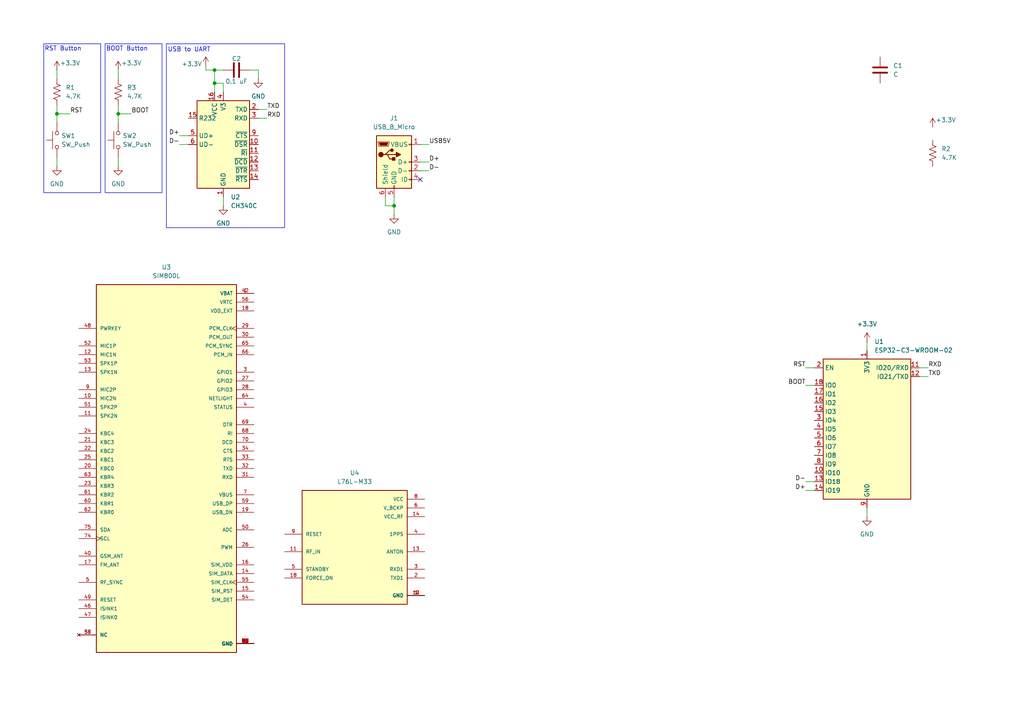
<source format=kicad_sch>
(kicad_sch (version 20250114) (generator "eeschema") (generator_version "9.0")
  (paper "A4")
  (lib_symbols
    (symbol "Connector:USB_B_Micro" (pin_names (offset 1.016))
      (property "Reference" "J" (at -5.08 11.43 0))
      (property "Value" "USB_B_Micro" (at -5.08 8.89 0))
      (symbol "USB_B_Micro_0_1"
        (rectangle (start -5.08 -7.62) (end 5.08 7.62) (stroke (width 0.254)) (fill (type background)))
        (polyline (pts (xy -4.699 5.842) (xy -4.699 5.588) (xy -4.445 4.826) (xy -4.445 4.572) (xy -1.651 4.572) (xy -1.651 4.826) (xy -1.397 5.588) (xy -1.397 5.842) (xy -4.699 5.842)))
        (polyline (pts (xy -4.318 5.588) (xy -1.778 5.588) (xy -2.032 4.826) (xy -4.064 4.826) (xy -4.318 5.588)) (fill (type outline)))
        (circle (center -3.81 2.159) (radius 0.635) (stroke (width 0.254)) (fill (type outline)))
        (polyline (pts (xy -3.175 2.159) (xy -2.54 2.159) (xy -1.27 3.429) (xy -0.635 3.429)) (stroke (width 0.254)))
        (polyline (pts (xy -2.54 2.159) (xy -1.905 2.159) (xy -1.27 0.889) (xy 0 0.889)) (stroke (width 0.254)))
        (polyline (pts (xy -1.905 2.159) (xy 0.635 2.159)) (stroke (width 0.254)))
        (circle (center -0.635 3.429) (radius 0.381) (stroke (width 0.254)) (fill (type outline)))
        (rectangle (start -0.127 -7.62) (end 0.127 -6.858))
        (rectangle (start 0.254 1.27) (end -0.508 0.508) (stroke (width 0.254)) (fill (type outline)))
        (polyline (pts (xy 0.635 2.794) (xy 0.635 1.524) (xy 1.905 2.159) (xy 0.635 2.794)) (stroke (width 0.254)) (fill (type outline)))
        (rectangle (start 5.08 4.953) (end 4.318 5.207))
        (rectangle (start 5.08 -0.127) (end 4.318 0.127))
        (rectangle (start 5.08 -2.667) (end 4.318 -2.413))
        (rectangle (start 5.08 -5.207) (end 4.318 -4.953))
      )
      (symbol "USB_B_Micro_1_1"
        (pin passive line (at -2.54 -10.16 90) (length 2.54) (name "Shield") (number "6"))
        (pin power_out line (at 0 -10.16 90) (length 2.54) (name "GND") (number "5"))
        (pin power_out line (at 7.62 5.08 180) (length 2.54) (name "VBUS") (number "1"))
        (pin bidirectional line (at 7.62 0 180) (length 2.54) (name "D+") (number "3"))
        (pin bidirectional line (at 7.62 -2.54 180) (length 2.54) (name "D-") (number "2"))
        (pin passive line (at 7.62 -5.08 180) (length 2.54) (name "ID") (number "4"))
      )
    )
    (symbol "Device:C" (pin_numbers (hide yes)) (pin_names (offset 0.254))
      (property "Reference" "C" (at 0.635 2.54 0))
      (property "Value" "C" (at 0.635 -2.54 0))
      (symbol "C_0_1"
        (polyline (pts (xy -2.032 0.762) (xy 2.032 0.762)) (stroke (width 0.508)))
        (polyline (pts (xy -2.032 -0.762) (xy 2.032 -0.762)) (stroke (width 0.508)))
      )
      (symbol "C_1_1"
        (pin passive line (at 0 3.81 270) (length 2.794) (name "~") (number "1"))
        (pin passive line (at 0 -3.81 90) (length 2.794) (name "~") (number "2"))
      )
    )
    (symbol "Device:R_US" (pin_numbers (hide yes)) (pin_names (offset 0))
      (property "Reference" "R" (at 2.54 0 90))
      (property "Value" "R_US" (at -2.54 0 90))
      (symbol "R_US_0_1"
        (polyline (pts (xy 0 2.286) (xy 0 2.54)))
        (polyline (pts (xy 0 2.286) (xy 1.016 1.905) (xy 0 1.524) (xy -1.016 1.143) (xy 0 0.762)))
        (polyline (pts (xy 0 0.762) (xy 1.016 0.381) (xy 0 0) (xy -1.016 -0.381) (xy 0 -0.762)))
        (polyline (pts (xy 0 -0.762) (xy 1.016 -1.143) (xy 0 -1.524) (xy -1.016 -1.905) (xy 0 -2.286)))
        (polyline (pts (xy 0 -2.286) (xy 0 -2.54)))
      )
      (symbol "R_US_1_1"
        (pin passive line (at 0 3.81 270) (length 1.27) (name "~") (number "1"))
        (pin passive line (at 0 -3.81 90) (length 1.27) (name "~") (number "2"))
      )
    )
    (symbol "Interface_USB:CH340C"
      (property "Reference" "U" (at -5.08 13.97 0))
      (property "Value" "CH340C" (at 1.27 13.97 0))
      (symbol "CH340C_0_1"
        (rectangle (start -7.62 12.7) (end 7.62 -12.7) (stroke (width 0.254)) (fill (type background)))
      )
      (symbol "CH340C_1_1"
        (pin input line (at -10.16 7.62 0) (length 2.54) (name "R232") (number "15"))
        (pin bidirectional line (at -10.16 2.54 0) (length 2.54) (name "UD+") (number "5"))
        (pin bidirectional line (at -10.16 0 0) (length 2.54) (name "UD-") (number "6"))
        (pin no_connect line (at -7.62 -5.08 0) (length 2.54) (hide yes) (name "NC") (number "7"))
        (pin no_connect line (at -7.62 -7.62 0) (length 2.54) (hide yes) (name "NC") (number "8"))
        (pin power_in line (at -2.54 15.24 270) (length 2.54) (name "VCC") (number "16"))
        (pin power_out line (at 0 15.24 270) (length 2.54) (name "V3") (number "4"))
        (pin power_in line (at 0 -15.24 90) (length 2.54) (name "GND") (number "1"))
        (pin output line (at 10.16 10.16 180) (length 2.54) (name "TXD") (number "2"))
        (pin input line (at 10.16 7.62 180) (length 2.54) (name "RXD") (number "3"))
        (pin input line (at 10.16 2.54 180) (length 2.54) (name "~{CTS}") (number "9"))
        (pin input line (at 10.16 0 180) (length 2.54) (name "~{DSR}") (number "10"))
        (pin input line (at 10.16 -2.54 180) (length 2.54) (name "~{RI}") (number "11"))
        (pin input line (at 10.16 -5.08 180) (length 2.54) (name "~{DCD}") (number "12"))
        (pin output line (at 10.16 -7.62 180) (length 2.54) (name "~{DTR}") (number "13"))
        (pin output line (at 10.16 -10.16 180) (length 2.54) (name "~{RTS}") (number "14"))
      )
    )
    (symbol "L76L-M33:L76L-M33" (pin_names (offset 1.016))
      (property "Reference" "U" (at -15.24 18.542 0))
      (property "Value" "L76L-M33" (at -15.24 -17.78 0))
      (symbol "L76L-M33_0_0"
        (rectangle (start -15.24 -15.24) (end 15.24 17.78) (stroke (width 0.254)) (fill (type background)))
        (pin input line (at -20.32 5.08 0) (length 5.08) (name "RESET") (number "9"))
        (pin input line (at -20.32 0 0) (length 5.08) (name "RF_IN") (number "11"))
        (pin input line (at -20.32 -5.08 0) (length 5.08) (name "STANDBY") (number "5"))
        (pin input line (at -20.32 -7.62 0) (length 5.08) (name "FORCE_ON") (number "18"))
        (pin power_in line (at 20.32 15.24 180) (length 5.08) (name "VCC") (number "8"))
        (pin power_in line (at 20.32 12.7 180) (length 5.08) (name "V_BCKP") (number "6"))
        (pin power_in line (at 20.32 10.16 180) (length 5.08) (name "VCC_RF") (number "14"))
        (pin output line (at 20.32 5.08 180) (length 5.08) (name "1PPS") (number "4"))
        (pin output line (at 20.32 0 180) (length 5.08) (name "ANTON") (number "13"))
        (pin input line (at 20.32 -5.08 180) (length 5.08) (name "RXD1") (number "3"))
        (pin output line (at 20.32 -7.62 180) (length 5.08) (name "TXD1") (number "2"))
        (pin power_in line (at 20.32 -12.7 180) (length 5.08) (name "GND") (number "1"))
        (pin power_in line (at 20.32 -12.7 180) (length 5.08) (name "GND") (number "10"))
        (pin power_in line (at 20.32 -12.7 180) (length 5.08) (name "GND") (number "12"))
      )
    )
    (symbol "RF_Module:ESP32-C3-WROOM-02"
      (property "Reference" "U" (at -12.192 21.336 0))
      (property "Value" "ESP32-C3-WROOM-02" (at 12.192 21.336 0))
      (symbol "ESP32-C3-WROOM-02_1_1"
        (rectangle (start -12.7 20.32) (end 12.7 -20.32) (stroke (width 0.254)) (fill (type background)))
        (pin input line (at -15.24 17.78 0) (length 2.54) (name "EN") (number "2"))
        (pin bidirectional line (at -15.24 12.7 0) (length 2.54) (name "IO0") (number "18"))
        (pin bidirectional line (at -15.24 10.16 0) (length 2.54) (name "IO1") (number "17"))
        (pin bidirectional line (at -15.24 7.62 0) (length 2.54) (name "IO2") (number "16"))
        (pin bidirectional line (at -15.24 5.08 0) (length 2.54) (name "IO3") (number "15"))
        (pin bidirectional line (at -15.24 2.54 0) (length 2.54) (name "IO4") (number "3"))
        (pin bidirectional line (at -15.24 0 0) (length 2.54) (name "IO5") (number "4"))
        (pin bidirectional line (at -15.24 -2.54 0) (length 2.54) (name "IO6") (number "5"))
        (pin bidirectional line (at -15.24 -5.08 0) (length 2.54) (name "IO7") (number "6"))
        (pin bidirectional line (at -15.24 -7.62 0) (length 2.54) (name "IO8") (number "7"))
        (pin bidirectional line (at -15.24 -10.16 0) (length 2.54) (name "IO9") (number "8"))
        (pin bidirectional line (at -15.24 -12.7 0) (length 2.54) (name "IO10") (number "10"))
        (pin bidirectional line (at -15.24 -15.24 0) (length 2.54) (name "IO18") (number "13"))
        (pin bidirectional line (at -15.24 -17.78 0) (length 2.54) (name "IO19") (number "14"))
        (pin power_in line (at 0 22.86 270) (length 2.54) (name "3V3") (number "1"))
        (pin passive line (at 0 -22.86 90) (length 2.54) (hide yes) (name "GND") (number "19"))
        (pin power_in line (at 0 -22.86 90) (length 2.54) (name "GND") (number "9"))
        (pin bidirectional line (at 15.24 17.78 180) (length 2.54) (name "IO20/RXD") (number "11"))
        (pin bidirectional line (at 15.24 15.24 180) (length 2.54) (name "IO21/TXD") (number "12"))
      )
    )
    (symbol "SIM800L:SIM800L" (pin_names (offset 1.016))
      (property "Reference" "U" (at -20.32 55.88 0))
      (property "Value" "SIM800L" (at -20.32 -58.42 0))
      (symbol "SIM800L_0_0"
        (rectangle (start -20.32 -53.34) (end 20.32 53.34) (stroke (width 0.254)) (fill (type background)))
        (pin input line (at -25.4 40.64 0) (length 5.08) (name "PWRKEY") (number "48"))
        (pin input line (at -25.4 35.56 0) (length 5.08) (name "MIC1P") (number "52"))
        (pin input line (at -25.4 33.02 0) (length 5.08) (name "MIC1N") (number "12"))
        (pin output line (at -25.4 30.48 0) (length 5.08) (name "SPK1P") (number "53"))
        (pin output line (at -25.4 27.94 0) (length 5.08) (name "SPK1N") (number "13"))
        (pin input line (at -25.4 22.86 0) (length 5.08) (name "MIC2P") (number "9"))
        (pin input line (at -25.4 20.32 0) (length 5.08) (name "MIC2N") (number "10"))
        (pin output line (at -25.4 17.78 0) (length 5.08) (name "SPK2P") (number "51"))
        (pin output line (at -25.4 15.24 0) (length 5.08) (name "SPK2N") (number "11"))
        (pin input line (at -25.4 10.16 0) (length 5.08) (name "KBC4") (number "24"))
        (pin input line (at -25.4 7.62 0) (length 5.08) (name "KBC3") (number "21"))
        (pin input line (at -25.4 5.08 0) (length 5.08) (name "KBC2") (number "22"))
        (pin input line (at -25.4 2.54 0) (length 5.08) (name "KBC1") (number "25"))
        (pin input line (at -25.4 0 0) (length 5.08) (name "KBC0") (number "20"))
        (pin output line (at -25.4 -2.54 0) (length 5.08) (name "KBR4") (number "63"))
        (pin output line (at -25.4 -5.08 0) (length 5.08) (name "KBR3") (number "23"))
        (pin output line (at -25.4 -7.62 0) (length 5.08) (name "KBR2") (number "61"))
        (pin output line (at -25.4 -10.16 0) (length 5.08) (name "KBR1") (number "60"))
        (pin output line (at -25.4 -12.7 0) (length 5.08) (name "KBR0") (number "62"))
        (pin bidirectional line (at -25.4 -17.78 0) (length 5.08) (name "SDA") (number "75"))
        (pin output clock (at -25.4 -20.32 0) (length 5.08) (name "SCL") (number "74"))
        (pin bidirectional line (at -25.4 -25.4 0) (length 5.08) (name "GSM_ANT") (number "40"))
        (pin input line (at -25.4 -27.94 0) (length 5.08) (name "FM_ANT") (number "17"))
        (pin output line (at -25.4 -33.02 0) (length 5.08) (name "RF_SYNC") (number "5"))
        (pin input line (at -25.4 -38.1 0) (length 5.08) (name "RESET") (number "49"))
        (pin input line (at -25.4 -40.64 0) (length 5.08) (name "ISINK1") (number "46"))
        (pin input line (at -25.4 -43.18 0) (length 5.08) (name "ISINK0") (number "47"))
        (pin no_connect line (at -25.4 -48.26 0) (length 5.08) (name "NC") (number "36"))
        (pin no_connect line (at -25.4 -48.26 0) (length 5.08) (name "NC") (number "57"))
        (pin power_in line (at 25.4 50.8 180) (length 5.08) (name "VBAT") (number "1"))
        (pin power_in line (at 25.4 50.8 180) (length 5.08) (name "VBAT") (number "42"))
        (pin power_in line (at 25.4 48.26 180) (length 5.08) (name "VRTC") (number "56"))
        (pin power_in line (at 25.4 45.72 180) (length 5.08) (name "VDD_EXT") (number "18"))
        (pin output clock (at 25.4 40.64 180) (length 5.08) (name "PCM_CLK") (number "29"))
        (pin output line (at 25.4 38.1 180) (length 5.08) (name "PCM_OUT") (number "30"))
        (pin output line (at 25.4 35.56 180) (length 5.08) (name "PCM_SYNC") (number "65"))
        (pin input line (at 25.4 33.02 180) (length 5.08) (name "PCM_IN") (number "66"))
        (pin bidirectional line (at 25.4 27.94 180) (length 5.08) (name "GPIO1") (number "3"))
        (pin bidirectional line (at 25.4 25.4 180) (length 5.08) (name "GPIO2") (number "27"))
        (pin bidirectional line (at 25.4 22.86 180) (length 5.08) (name "GPIO3") (number "28"))
        (pin output line (at 25.4 20.32 180) (length 5.08) (name "NETLIGHT") (number "64"))
        (pin output line (at 25.4 17.78 180) (length 5.08) (name "STATUS") (number "4"))
        (pin input line (at 25.4 12.7 180) (length 5.08) (name "DTR") (number "69"))
        (pin output line (at 25.4 10.16 180) (length 5.08) (name "RI") (number "68"))
        (pin output line (at 25.4 7.62 180) (length 5.08) (name "DCD") (number "70"))
        (pin output line (at 25.4 5.08 180) (length 5.08) (name "CTS") (number "34"))
        (pin input line (at 25.4 2.54 180) (length 5.08) (name "RTS") (number "33"))
        (pin output line (at 25.4 0 180) (length 5.08) (name "TXD") (number "32"))
        (pin input line (at 25.4 -2.54 180) (length 5.08) (name "RXD") (number "31"))
        (pin input line (at 25.4 -7.62 180) (length 5.08) (name "VBUS") (number "7"))
        (pin bidirectional line (at 25.4 -10.16 180) (length 5.08) (name "USB_DP") (number "59"))
        (pin bidirectional line (at 25.4 -12.7 180) (length 5.08) (name "USB_DN") (number "19"))
        (pin input line (at 25.4 -17.78 180) (length 5.08) (name "ADC") (number "50"))
        (pin output line (at 25.4 -22.86 180) (length 5.08) (name "PWM") (number "26"))
        (pin output line (at 25.4 -27.94 180) (length 5.08) (name "SIM_VDD") (number "16"))
        (pin bidirectional line (at 25.4 -30.48 180) (length 5.08) (name "SIM_DATA") (number "14"))
        (pin output clock (at 25.4 -33.02 180) (length 5.08) (name "SIM_CLK") (number "55"))
        (pin output line (at 25.4 -35.56 180) (length 5.08) (name "SIM_RST") (number "15"))
        (pin input line (at 25.4 -38.1 180) (length 5.08) (name "SIM_DET") (number "54"))
        (pin power_in line (at 25.4 -50.8 180) (length 5.08) (name "GND") (number "2"))
        (pin power_in line (at 25.4 -50.8 180) (length 5.08) (name "GND") (number "35"))
        (pin power_in line (at 25.4 -50.8 180) (length 5.08) (name "GND") (number "37"))
        (pin power_in line (at 25.4 -50.8 180) (length 5.08) (name "GND") (number "38"))
        (pin power_in line (at 25.4 -50.8 180) (length 5.08) (name "GND") (number "39"))
        (pin power_in line (at 25.4 -50.8 180) (length 5.08) (name "GND") (number "41"))
        (pin power_in line (at 25.4 -50.8 180) (length 5.08) (name "GND") (number "43"))
        (pin power_in line (at 25.4 -50.8 180) (length 5.08) (name "GND") (number "44"))
        (pin power_in line (at 25.4 -50.8 180) (length 5.08) (name "GND") (number "45"))
        (pin power_in line (at 25.4 -50.8 180) (length 5.08) (name "GND") (number "58"))
        (pin power_in line (at 25.4 -50.8 180) (length 5.08) (name "GND") (number "6"))
        (pin power_in line (at 25.4 -50.8 180) (length 5.08) (name "GND") (number "67"))
        (pin power_in line (at 25.4 -50.8 180) (length 5.08) (name "GND") (number "71"))
        (pin power_in line (at 25.4 -50.8 180) (length 5.08) (name "GND") (number "72"))
        (pin power_in line (at 25.4 -50.8 180) (length 5.08) (name "GND") (number "73"))
        (pin power_in line (at 25.4 -50.8 180) (length 5.08) (name "GND") (number "76"))
        (pin power_in line (at 25.4 -50.8 180) (length 5.08) (name "GND") (number "77"))
        (pin power_in line (at 25.4 -50.8 180) (length 5.08) (name "GND") (number "78"))
        (pin power_in line (at 25.4 -50.8 180) (length 5.08) (name "GND") (number "79"))
        (pin power_in line (at 25.4 -50.8 180) (length 5.08) (name "GND") (number "8"))
        (pin power_in line (at 25.4 -50.8 180) (length 5.08) (name "GND") (number "80"))
        (pin power_in line (at 25.4 -50.8 180) (length 5.08) (name "GND") (number "81"))
        (pin power_in line (at 25.4 -50.8 180) (length 5.08) (name "GND") (number "82"))
        (pin power_in line (at 25.4 -50.8 180) (length 5.08) (name "GND") (number "83"))
        (pin power_in line (at 25.4 -50.8 180) (length 5.08) (name "GND") (number "84"))
        (pin power_in line (at 25.4 -50.8 180) (length 5.08) (name "GND") (number "85"))
        (pin power_in line (at 25.4 -50.8 180) (length 5.08) (name "GND") (number "86"))
        (pin power_in line (at 25.4 -50.8 180) (length 5.08) (name "GND") (number "87"))
        (pin power_in line (at 25.4 -50.8 180) (length 5.08) (name "GND") (number "88"))
      )
    )
    (symbol "Switch:SW_Push" (pin_numbers (hide yes)) (pin_names (offset 1.016) (hide yes))
      (property "Reference" "SW" (at 1.27 2.54 0))
      (property "Value" "SW_Push" (at 0 -1.524 0))
      (symbol "SW_Push_0_1"
        (circle (center -2.032 0) (radius 0.508))
        (polyline (pts (xy 0 1.27) (xy 0 3.048)))
        (circle (center 2.032 0) (radius 0.508))
        (polyline (pts (xy 2.54 1.27) (xy -2.54 1.27)))
        (pin passive line (at -5.08 0 0) (length 2.54) (name "1") (number "1"))
        (pin passive line (at 5.08 0 180) (length 2.54) (name "2") (number "2"))
      )
    )
    (symbol "power:+3.3V" (power) (pin_numbers (hide yes)) (pin_names (offset 0) (hide yes))
      (property "Value" "+3.3V" (at 0 3.556 0))
      (symbol "+3.3V_0_1"
        (polyline (pts (xy -0.762 1.27) (xy 0 2.54)))
        (polyline (pts (xy 0 2.54) (xy 0.762 1.27)))
        (polyline (pts (xy 0 0) (xy 0 2.54)))
      )
      (symbol "+3.3V_1_1"
        (pin power_in line (at 0 0 90) (length 0) (name "~") (number "1"))
      )
    )
    (symbol "power:GND" (power) (pin_numbers (hide yes)) (pin_names (offset 0) (hide yes))
      (property "Value" "GND" (at 0 -3.81 0))
      (symbol "GND_0_1"
        (polyline (pts (xy 0 0) (xy 0 -1.27) (xy 1.27 -1.27) (xy 0 -2.54) (xy -1.27 -1.27) (xy 0 -1.27)))
      )
      (symbol "GND_1_1"
        (pin power_in line (at 0 0 270) (length 0) (name "~") (number "1"))
      )
    )
  )
  (rectangle (start 12.7 12.7) (end 29.21 55.88))
  (rectangle (start 48.26 12.7) (end 82.55 66.04))
  (rectangle (start 30.48 12.7) (end 46.99 55.88))
  (text "BOOT Button\n" (at 36.83 14.224 0) (effects (font (size 1.27 1.27))))
  (text "RST Button\n" (at 18.288 14.224 0) (effects (font (size 1.27 1.27))))
  (text "USB to UART" (at 54.864 14.478 0) (effects (font (size 1.27 1.27))))
  (junction (at 62.23 20.32))
  (junction (at 16.51 33.02))
  (junction (at 114.3 59.69))
  (junction (at 62.23 24.13))
  (junction (at 34.29 33.02))
  (no_connect (at 121.92 52.07))
  (wire (pts (xy 72.39 20.32) (xy 74.93 20.32)))
  (wire (pts (xy 34.29 20.32) (xy 34.29 22.86)))
  (wire (pts (xy 62.23 24.13) (xy 62.23 26.67)))
  (wire (pts (xy 121.92 46.99) (xy 124.46 46.99)))
  (wire (pts (xy 16.51 30.48) (xy 16.51 33.02)))
  (wire (pts (xy 62.23 20.32) (xy 62.23 24.13)))
  (wire (pts (xy 62.23 20.32) (xy 64.77 20.32)))
  (wire (pts (xy 233.68 142.24) (xy 236.22 142.24)))
  (wire (pts (xy 114.3 57.15) (xy 114.3 59.69)))
  (wire (pts (xy 62.23 24.13) (xy 64.77 24.13)))
  (wire (pts (xy 121.92 41.91) (xy 124.46 41.91)))
  (wire (pts (xy 233.68 111.76) (xy 236.22 111.76)))
  (wire (pts (xy 59.69 20.32) (xy 62.23 20.32)))
  (wire (pts (xy 34.29 45.72) (xy 34.29 48.26)))
  (wire (pts (xy 111.76 59.69) (xy 114.3 59.69)))
  (wire (pts (xy 233.68 106.68) (xy 236.22 106.68)))
  (wire (pts (xy 121.92 49.53) (xy 124.46 49.53)))
  (wire (pts (xy 34.29 33.02) (xy 34.29 35.56)))
  (wire (pts (xy 16.51 33.02) (xy 20.32 33.02)))
  (wire (pts (xy 233.68 139.7) (xy 236.22 139.7)))
  (wire (pts (xy 16.51 45.72) (xy 16.51 48.26)))
  (wire (pts (xy 64.77 57.15) (xy 64.77 59.69)))
  (wire (pts (xy 111.76 57.15) (xy 111.76 59.69)))
  (wire (pts (xy 34.29 30.48) (xy 34.29 33.02)))
  (wire (pts (xy 34.29 33.02) (xy 38.1 33.02)))
  (wire (pts (xy 74.93 31.75) (xy 77.47 31.75)))
  (wire (pts (xy 64.77 24.13) (xy 64.77 26.67)))
  (wire (pts (xy 251.46 147.32) (xy 251.46 149.86)))
  (wire (pts (xy 251.46 99.06) (xy 251.46 101.6)))
  (wire (pts (xy 266.7 109.22) (xy 269.24 109.22)))
  (wire (pts (xy 114.3 59.69) (xy 114.3 62.23)))
  (wire (pts (xy 52.07 39.37) (xy 54.61 39.37)))
  (wire (pts (xy 74.93 34.29) (xy 77.47 34.29)))
  (wire (pts (xy 16.51 20.32) (xy 16.51 22.86)))
  (wire (pts (xy 59.69 19.05) (xy 59.69 20.32)))
  (wire (pts (xy 52.07 41.91) (xy 54.61 41.91)))
  (wire (pts (xy 74.93 20.32) (xy 74.93 22.86)))
  (wire (pts (xy 266.7 106.68) (xy 269.24 106.68)))
  (wire (pts (xy 16.51 33.02) (xy 16.51 35.56)))
  (label "D+" (at 124.46 46.99 0))
  (label "BOOT" (at 38.1 33.02 0))
  (label "RST" (at 233.68 106.68 180))
  (label "RST" (at 20.32 33.02 0))
  (label "BOOT" (at 233.68 111.76 180))
  (label "TXD" (at 269.24 109.22 0))
  (label "D-" (at 52.07 41.91 180))
  (label "D-" (at 124.46 49.53 0))
  (label "RXD" (at 269.24 106.68 0))
  (label "D+" (at 52.07 39.37 180))
  (label "D+" (at 233.68 142.24 180))
  (label "TXD" (at 77.47 31.75 0))
  (label "D-" (at 233.68 139.7 180))
  (label "RXD" (at 77.47 34.29 0))
  (label "USB5V" (at 124.46 41.91 0))
  (symbol (lib_id "power:+3.3V") (at 270.51 36.83 0) (unit 1)
    (property "Reference" "#PWR07" (effects (hide yes)))
    (property "Value" "+3.3V" (at 274.32 34.798 0))
    (property "Description" "Power symbol creates a global label with name \"+3.3V\"" (effects (hide yes)))
  )
  (symbol (lib_id "Interface_USB:CH340C") (at 64.77 41.91 0) (unit 1)
    (property "Reference" "U2" (at 66.9133 57.15 0) (effects (justify left)))
    (property "Value" "CH340C" (at 66.9133 59.69 0) (effects (justify left)))
    (property "Footprint" "Package_SO:SOIC-16_3.9x9.9mm_P1.27mm" (effects (hide yes)))
    (property "Datasheet" "https://datasheet.lcsc.com/szlcsc/Jiangsu-Qin-Heng-CH340C_C84681.pdf" (effects (hide yes)))
    (property "Description" "USB serial converter, crystal-less, UART, SOIC-16" (effects (hide yes)))
  )
  (symbol (lib_id "Switch:SW_Push") (at 16.51 40.64 90) (unit 1)
    (property "Reference" "SW1" (at 17.78 39.3699 90) (effects (justify right)))
    (property "Value" "SW_Push" (at 17.78 41.9099 90) (effects (justify right)))
    (property "Description" "Push button switch, generic, two pins" (effects (hide yes)))
  )
  (symbol (lib_id "power:GND") (at 34.29 48.26 0) (unit 1)
    (property "Reference" "#PWR08" (effects (hide yes)))
    (property "Value" "GND" (at 34.29 53.34 0))
    (property "Description" "Power symbol creates a global label with name \"GND\" , ground" (effects (hide yes)))
  )
  (symbol (lib_id "SIM800L:SIM800L") (at 48.26 135.89 0) (unit 1)
    (property "Reference" "U3" (at 48.26 77.47 0))
    (property "Value" "SIM800L" (at 48.26 80.01 0))
    (property "Footprint" "SIM800L:MODULE_SIM800L" (effects (hide yes)))
    (property "MF" "Simcom" (effects (hide yes)))
    (property "MAXIMUM_PACKAGE_HEIGHT" "2.55 mm" (effects (hide yes)))
    (property "Package" "None" (effects (hide yes)))
    (property "Price" "None" (effects (hide yes)))
    (property "Check_prices" "https://www.snapeda.com/parts/SIM800L/SIMCom/view-part/?ref=eda" (effects (hide yes)))
    (property "STANDARD" "Manufacturer Recommendations" (effects (hide yes)))
    (property "PARTREV" "1.01" (effects (hide yes)))
    (property "SnapEDA_Link" "https://www.snapeda.com/parts/SIM800L/SIMCom/view-part/?ref=snap" (effects (hide yes)))
    (property "MP" "SIM800L" (effects (hide yes)))
    (property "Description_1" "SIM800L GSM RF M5Stack Platform Evaluation Expansion Board" (effects (hide yes)))
    (property "MANUFACTURER" "Simcom" (effects (hide yes)))
    (property "Availability" "In Stock" (effects (hide yes)))
    (property "SNAPEDA_PN" "SIM800L" (effects (hide yes)))
  )
  (symbol (lib_id "Device:R_US") (at 16.51 26.67 0) (unit 1)
    (property "Reference" "R1" (at 19.05 25.3999 0) (effects (justify left)))
    (property "Value" "4.7K" (at 19.05 27.9399 0) (effects (justify left)))
    (property "Description" "Resistor, US symbol" (effects (hide yes)))
  )
  (symbol (lib_id "Connector:USB_B_Micro") (at 114.3 46.99 0) (unit 1)
    (property "Reference" "J1" (at 114.3 34.29 0))
    (property "Value" "USB_B_Micro" (at 114.3 36.83 0))
    (property "Description" "USB Micro Type B connector" (effects (hide yes)))
  )
  (symbol (lib_id "power:+3.3V") (at 34.29 20.32 0) (unit 1)
    (property "Reference" "#PWR02" (effects (hide yes)))
    (property "Value" "+3.3V" (at 38.1 18.288 0))
    (property "Description" "Power symbol creates a global label with name \"+3.3V\"" (effects (hide yes)))
  )
  (symbol (lib_id "power:GND") (at 251.46 149.86 0) (unit 1)
    (property "Reference" "#PWR05" (effects (hide yes)))
    (property "Value" "GND" (at 251.46 154.94 0))
    (property "Description" "Power symbol creates a global label with name \"GND\" , ground" (effects (hide yes)))
  )
  (symbol (lib_id "Device:R_US") (at 34.29 26.67 0) (unit 1)
    (property "Reference" "R3" (at 36.83 25.3999 0) (effects (justify left)))
    (property "Value" "4.7K" (at 36.83 27.9399 0) (effects (justify left)))
    (property "Description" "Resistor, US symbol" (effects (hide yes)))
  )
  (symbol (lib_id "Device:R_US") (at 270.51 44.45 0) (unit 1)
    (property "Reference" "R2" (at 273.05 43.1799 0) (effects (justify left)))
    (property "Value" "4.7K" (at 273.05 45.7199 0) (effects (justify left)))
    (property "Description" "Resistor, US symbol" (effects (hide yes)))
  )
  (symbol (lib_id "power:+3.3V") (at 59.69 19.05 0) (unit 1)
    (property "Reference" "#PWR09" (effects (hide yes)))
    (property "Value" "+3.3V" (at 55.626 18.542 0))
    (property "Description" "Power symbol creates a global label with name \"+3.3V\"" (effects (hide yes)))
  )
  (symbol (lib_id "Switch:SW_Push") (at 34.29 40.64 90) (unit 1)
    (property "Reference" "SW2" (at 35.56 39.3699 90) (effects (justify right)))
    (property "Value" "SW_Push" (at 35.56 41.9099 90) (effects (justify right)))
    (property "Description" "Push button switch, generic, two pins" (effects (hide yes)))
  )
  (symbol (lib_id "power:GND") (at 16.51 48.26 0) (unit 1)
    (property "Reference" "#PWR04" (effects (hide yes)))
    (property "Value" "GND" (at 16.51 53.34 0))
    (property "Description" "Power symbol creates a global label with name \"GND\" , ground" (effects (hide yes)))
  )
  (symbol (lib_id "power:GND") (at 114.3 62.23 0) (unit 1)
    (property "Reference" "#PWR06" (effects (hide yes)))
    (property "Value" "GND" (at 114.3 67.31 0))
    (property "Description" "Power symbol creates a global label with name \"GND\" , ground" (effects (hide yes)))
  )
  (symbol (lib_id "L76L-M33:L76L-M33") (at 102.87 160.02 0) (unit 1)
    (property "Reference" "U4" (at 102.87 137.16 0))
    (property "Value" "L76L-M33" (at 102.87 139.7 0))
    (property "Footprint" "L76L-M33:XCVR_L76L-M33" (effects (hide yes)))
    (property "MF" "Quectel" (effects (hide yes)))
    (property "Description_1" "Navigation BeiDou, Galileo, GLONASS, GPS, GNSS Transceiver Module 1.561GHz, 1.575GHz, 1.602GHz Antenna Not Included Surface Mount" (effects (hide yes)))
    (property "Package" "Custom Quectel" (effects (hide yes)))
    (property "Price" "None" (effects (hide yes)))
    (property "SnapEDA_Link" "https://www.snapeda.com/parts/L76LM33/Quectel/view-part/?ref=snap" (effects (hide yes)))
    (property "MP" "L76LM33" (effects (hide yes)))
    (property "Availability" "In Stock" (effects (hide yes)))
    (property "Check_prices" "https://www.snapeda.com/parts/L76LM33/Quectel/view-part/?ref=eda" (effects (hide yes)))
  )
  (symbol (lib_id "power:+3.3V") (at 251.46 99.06 0) (unit 1)
    (property "Reference" "#PWR03" (effects (hide yes)))
    (property "Value" "+3.3V" (at 251.46 93.98 0))
    (property "Description" "Power symbol creates a global label with name \"+3.3V\"" (effects (hide yes)))
  )
  (symbol (lib_id "Device:C") (at 255.27 20.32 0) (unit 1)
    (property "Reference" "C1" (at 259.08 19.0499 0) (effects (justify left)))
    (property "Value" "C" (at 259.08 21.5899 0) (effects (justify left)))
    (property "Description" "Unpolarized capacitor" (effects (hide yes)))
  )
  (symbol (lib_id "power:GND") (at 64.77 59.69 0) (unit 1)
    (property "Reference" "#PWR010" (effects (hide yes)))
    (property "Value" "GND" (at 64.77 64.77 0))
    (property "Description" "Power symbol creates a global label with name \"GND\" , ground" (effects (hide yes)))
  )
  (symbol (lib_id "Device:C") (at 68.58 20.32 90) (unit 1)
    (property "Reference" "C2" (at 68.58 17.018 90))
    (property "Value" "0.1 uF" (at 68.58 23.622 90))
    (property "Description" "Unpolarized capacitor" (effects (hide yes)))
  )
  (symbol (lib_id "RF_Module:ESP32-C3-WROOM-02") (at 251.46 124.46 0) (unit 1)
    (property "Reference" "U1" (at 253.6033 99.06 0) (effects (justify left)))
    (property "Value" "ESP32-C3-WROOM-02" (at 253.6033 101.6 0) (effects (justify left)))
    (property "Footprint" "RF_Module:ESP32-C3-WROOM-02" (effects (hide yes)))
    (property "Datasheet" "https://www.espressif.com/sites/default/files/documentation/esp32-c3-wroom-02_datasheet_en.pdf" (effects (hide yes)))
    (property "Description" "802.11 b/g/n Wi­Fi and Bluetooth 5 module, ESP32­C3 SoC, RISC­V microprocessor, On-board antenna" (effects (hide yes)))
  )
  (symbol (lib_id "power:GND") (at 74.93 22.86 0) (unit 1)
    (property "Reference" "#PWR011" (effects (hide yes)))
    (property "Value" "GND" (at 74.93 27.94 0))
    (property "Description" "Power symbol creates a global label with name \"GND\" , ground" (effects (hide yes)))
  )
  (symbol (lib_id "power:+3.3V") (at 16.51 20.32 0) (unit 1)
    (property "Reference" "#PWR01" (effects (hide yes)))
    (property "Value" "+3.3V" (at 20.32 18.288 0))
    (property "Description" "Power symbol creates a global label with name \"+3.3V\"" (effects (hide yes)))
  )
)
</source>
